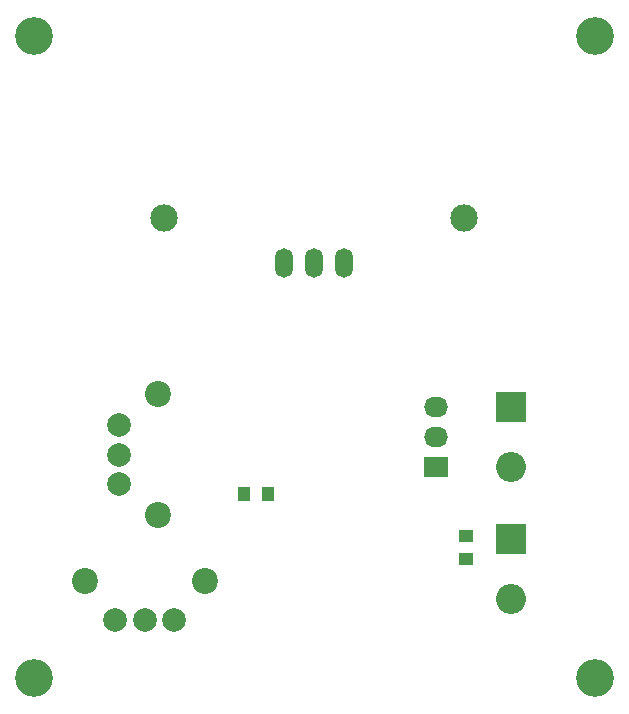
<source format=gbs>
G04 #@! TF.FileFunction,Soldermask,Bot*
%FSLAX46Y46*%
G04 Gerber Fmt 4.6, Leading zero omitted, Abs format (unit mm)*
G04 Created by KiCad (PCBNEW 4.0.2-stable) date Tuesday, November 15, 2016 'AMt' 11:41:50 AM*
%MOMM*%
G01*
G04 APERTURE LIST*
%ADD10C,0.100000*%
%ADD11C,2.311400*%
%ADD12R,2.540000X2.540000*%
%ADD13O,2.540000X2.540000*%
%ADD14R,1.000000X1.250000*%
%ADD15R,1.250000X1.000000*%
%ADD16R,2.032000X1.727200*%
%ADD17O,2.032000X1.727200*%
%ADD18O,1.501140X2.499360*%
%ADD19C,2.000000*%
%ADD20C,2.200000*%
%ADD21C,3.200000*%
G04 APERTURE END LIST*
D10*
D11*
X114300000Y-48260000D03*
X139700000Y-48260000D03*
D12*
X143637000Y-64262000D03*
D13*
X143637000Y-69342000D03*
D14*
X123047000Y-71628000D03*
X121047000Y-71628000D03*
D15*
X139827000Y-75200000D03*
X139827000Y-77200000D03*
D12*
X143637000Y-75438000D03*
D13*
X143637000Y-80518000D03*
D16*
X137287000Y-69342000D03*
D17*
X137287000Y-66802000D03*
X137287000Y-64262000D03*
D18*
X127000000Y-52070000D03*
X124460000Y-52070000D03*
X129540000Y-52070000D03*
D19*
X110490000Y-70826000D03*
X110490000Y-68326000D03*
X110490000Y-65826000D03*
D20*
X113790000Y-73426000D03*
X113790000Y-63226000D03*
D19*
X115149000Y-82296000D03*
X112649000Y-82296000D03*
X110149000Y-82296000D03*
D20*
X117749000Y-78996000D03*
X107549000Y-78996000D03*
D21*
X150749000Y-32893000D03*
X103251000Y-32893000D03*
X150749000Y-87249000D03*
X103251000Y-87249000D03*
M02*

</source>
